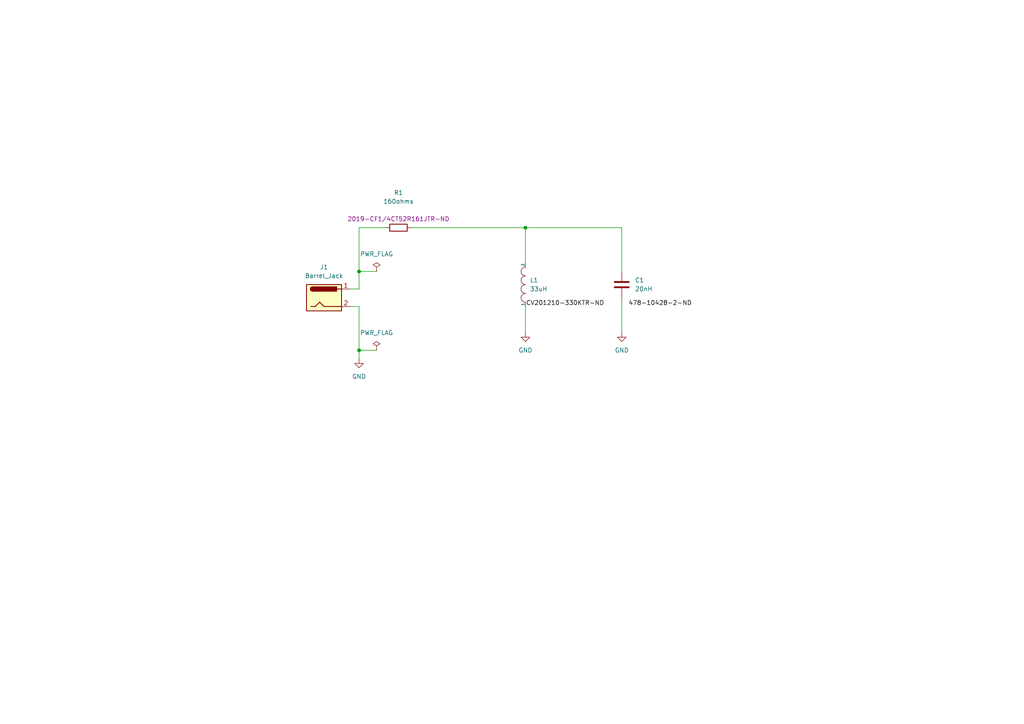
<source format=kicad_sch>
(kicad_sch (version 20211123) (generator eeschema)

  (uuid 9538e4ed-27e6-4c37-b989-9859dc0d49e8)

  (paper "A4")

  (lib_symbols
    (symbol "Connector:Barrel_Jack" (pin_names (offset 1.016)) (in_bom yes) (on_board yes)
      (property "Reference" "J" (id 0) (at 0 5.334 0)
        (effects (font (size 1.27 1.27)))
      )
      (property "Value" "Barrel_Jack" (id 1) (at 0 -5.08 0)
        (effects (font (size 1.27 1.27)))
      )
      (property "Footprint" "" (id 2) (at 1.27 -1.016 0)
        (effects (font (size 1.27 1.27)) hide)
      )
      (property "Datasheet" "~" (id 3) (at 1.27 -1.016 0)
        (effects (font (size 1.27 1.27)) hide)
      )
      (property "ki_keywords" "DC power barrel jack connector" (id 4) (at 0 0 0)
        (effects (font (size 1.27 1.27)) hide)
      )
      (property "ki_description" "DC Barrel Jack" (id 5) (at 0 0 0)
        (effects (font (size 1.27 1.27)) hide)
      )
      (property "ki_fp_filters" "BarrelJack*" (id 6) (at 0 0 0)
        (effects (font (size 1.27 1.27)) hide)
      )
      (symbol "Barrel_Jack_0_1"
        (rectangle (start -5.08 3.81) (end 5.08 -3.81)
          (stroke (width 0.254) (type default) (color 0 0 0 0))
          (fill (type background))
        )
        (arc (start -3.302 3.175) (mid -3.937 2.54) (end -3.302 1.905)
          (stroke (width 0.254) (type default) (color 0 0 0 0))
          (fill (type none))
        )
        (arc (start -3.302 3.175) (mid -3.937 2.54) (end -3.302 1.905)
          (stroke (width 0.254) (type default) (color 0 0 0 0))
          (fill (type outline))
        )
        (polyline
          (pts
            (xy 5.08 2.54)
            (xy 3.81 2.54)
          )
          (stroke (width 0.254) (type default) (color 0 0 0 0))
          (fill (type none))
        )
        (polyline
          (pts
            (xy -3.81 -2.54)
            (xy -2.54 -2.54)
            (xy -1.27 -1.27)
            (xy 0 -2.54)
            (xy 2.54 -2.54)
            (xy 5.08 -2.54)
          )
          (stroke (width 0.254) (type default) (color 0 0 0 0))
          (fill (type none))
        )
        (rectangle (start 3.683 3.175) (end -3.302 1.905)
          (stroke (width 0.254) (type default) (color 0 0 0 0))
          (fill (type outline))
        )
      )
      (symbol "Barrel_Jack_1_1"
        (pin passive line (at 7.62 2.54 180) (length 2.54)
          (name "~" (effects (font (size 1.27 1.27))))
          (number "1" (effects (font (size 1.27 1.27))))
        )
        (pin passive line (at 7.62 -2.54 180) (length 2.54)
          (name "~" (effects (font (size 1.27 1.27))))
          (number "2" (effects (font (size 1.27 1.27))))
        )
      )
    )
    (symbol "Device:C" (pin_numbers hide) (pin_names (offset 0.254)) (in_bom yes) (on_board yes)
      (property "Reference" "C" (id 0) (at 0.635 2.54 0)
        (effects (font (size 1.27 1.27)) (justify left))
      )
      (property "Value" "C" (id 1) (at 0.635 -2.54 0)
        (effects (font (size 1.27 1.27)) (justify left))
      )
      (property "Footprint" "" (id 2) (at 0.9652 -3.81 0)
        (effects (font (size 1.27 1.27)) hide)
      )
      (property "Datasheet" "~" (id 3) (at 0 0 0)
        (effects (font (size 1.27 1.27)) hide)
      )
      (property "ki_keywords" "cap capacitor" (id 4) (at 0 0 0)
        (effects (font (size 1.27 1.27)) hide)
      )
      (property "ki_description" "Unpolarized capacitor" (id 5) (at 0 0 0)
        (effects (font (size 1.27 1.27)) hide)
      )
      (property "ki_fp_filters" "C_*" (id 6) (at 0 0 0)
        (effects (font (size 1.27 1.27)) hide)
      )
      (symbol "C_0_1"
        (polyline
          (pts
            (xy -2.032 -0.762)
            (xy 2.032 -0.762)
          )
          (stroke (width 0.508) (type default) (color 0 0 0 0))
          (fill (type none))
        )
        (polyline
          (pts
            (xy -2.032 0.762)
            (xy 2.032 0.762)
          )
          (stroke (width 0.508) (type default) (color 0 0 0 0))
          (fill (type none))
        )
      )
      (symbol "C_1_1"
        (pin passive line (at 0 3.81 270) (length 2.794)
          (name "~" (effects (font (size 1.27 1.27))))
          (number "1" (effects (font (size 1.27 1.27))))
        )
        (pin passive line (at 0 -3.81 90) (length 2.794)
          (name "~" (effects (font (size 1.27 1.27))))
          (number "2" (effects (font (size 1.27 1.27))))
        )
      )
    )
    (symbol "Device:R" (pin_numbers hide) (pin_names (offset 0)) (in_bom yes) (on_board yes)
      (property "Reference" "R" (id 0) (at 2.032 0 90)
        (effects (font (size 1.27 1.27)))
      )
      (property "Value" "R" (id 1) (at 0 0 90)
        (effects (font (size 1.27 1.27)))
      )
      (property "Footprint" "" (id 2) (at -1.778 0 90)
        (effects (font (size 1.27 1.27)) hide)
      )
      (property "Datasheet" "~" (id 3) (at 0 0 0)
        (effects (font (size 1.27 1.27)) hide)
      )
      (property "ki_keywords" "R res resistor" (id 4) (at 0 0 0)
        (effects (font (size 1.27 1.27)) hide)
      )
      (property "ki_description" "Resistor" (id 5) (at 0 0 0)
        (effects (font (size 1.27 1.27)) hide)
      )
      (property "ki_fp_filters" "R_*" (id 6) (at 0 0 0)
        (effects (font (size 1.27 1.27)) hide)
      )
      (symbol "R_0_1"
        (rectangle (start -1.016 -2.54) (end 1.016 2.54)
          (stroke (width 0.254) (type default) (color 0 0 0 0))
          (fill (type none))
        )
      )
      (symbol "R_1_1"
        (pin passive line (at 0 3.81 270) (length 1.27)
          (name "~" (effects (font (size 1.27 1.27))))
          (number "1" (effects (font (size 1.27 1.27))))
        )
        (pin passive line (at 0 -3.81 90) (length 1.27)
          (name "~" (effects (font (size 1.27 1.27))))
          (number "2" (effects (font (size 1.27 1.27))))
        )
      )
    )
    (symbol "power:GND" (power) (pin_names (offset 0)) (in_bom yes) (on_board yes)
      (property "Reference" "#PWR" (id 0) (at 0 -6.35 0)
        (effects (font (size 1.27 1.27)) hide)
      )
      (property "Value" "GND" (id 1) (at 0 -3.81 0)
        (effects (font (size 1.27 1.27)))
      )
      (property "Footprint" "" (id 2) (at 0 0 0)
        (effects (font (size 1.27 1.27)) hide)
      )
      (property "Datasheet" "" (id 3) (at 0 0 0)
        (effects (font (size 1.27 1.27)) hide)
      )
      (property "ki_keywords" "power-flag" (id 4) (at 0 0 0)
        (effects (font (size 1.27 1.27)) hide)
      )
      (property "ki_description" "Power symbol creates a global label with name \"GND\" , ground" (id 5) (at 0 0 0)
        (effects (font (size 1.27 1.27)) hide)
      )
      (symbol "GND_0_1"
        (polyline
          (pts
            (xy 0 0)
            (xy 0 -1.27)
            (xy 1.27 -1.27)
            (xy 0 -2.54)
            (xy -1.27 -1.27)
            (xy 0 -1.27)
          )
          (stroke (width 0) (type default) (color 0 0 0 0))
          (fill (type none))
        )
      )
      (symbol "GND_1_1"
        (pin power_in line (at 0 0 270) (length 0) hide
          (name "GND" (effects (font (size 1.27 1.27))))
          (number "1" (effects (font (size 1.27 1.27))))
        )
      )
    )
    (symbol "power:PWR_FLAG" (power) (pin_numbers hide) (pin_names (offset 0) hide) (in_bom yes) (on_board yes)
      (property "Reference" "#FLG" (id 0) (at 0 1.905 0)
        (effects (font (size 1.27 1.27)) hide)
      )
      (property "Value" "PWR_FLAG" (id 1) (at 0 3.81 0)
        (effects (font (size 1.27 1.27)))
      )
      (property "Footprint" "" (id 2) (at 0 0 0)
        (effects (font (size 1.27 1.27)) hide)
      )
      (property "Datasheet" "~" (id 3) (at 0 0 0)
        (effects (font (size 1.27 1.27)) hide)
      )
      (property "ki_keywords" "power-flag" (id 4) (at 0 0 0)
        (effects (font (size 1.27 1.27)) hide)
      )
      (property "ki_description" "Special symbol for telling ERC where power comes from" (id 5) (at 0 0 0)
        (effects (font (size 1.27 1.27)) hide)
      )
      (symbol "PWR_FLAG_0_0"
        (pin power_out line (at 0 0 90) (length 0)
          (name "pwr" (effects (font (size 1.27 1.27))))
          (number "1" (effects (font (size 1.27 1.27))))
        )
      )
      (symbol "PWR_FLAG_0_1"
        (polyline
          (pts
            (xy 0 0)
            (xy 0 1.27)
            (xy -1.016 1.905)
            (xy 0 2.54)
            (xy 1.016 1.905)
            (xy 0 1.27)
          )
          (stroke (width 0) (type default) (color 0 0 0 0))
          (fill (type none))
        )
      )
    )
    (symbol "pspice:INDUCTOR" (pin_numbers hide) (pin_names (offset 0)) (in_bom yes) (on_board yes)
      (property "Reference" "L" (id 0) (at 0 2.54 0)
        (effects (font (size 1.27 1.27)))
      )
      (property "Value" "INDUCTOR" (id 1) (at 0 -1.27 0)
        (effects (font (size 1.27 1.27)))
      )
      (property "Footprint" "" (id 2) (at 0 0 0)
        (effects (font (size 1.27 1.27)) hide)
      )
      (property "Datasheet" "~" (id 3) (at 0 0 0)
        (effects (font (size 1.27 1.27)) hide)
      )
      (property "ki_keywords" "simulation" (id 4) (at 0 0 0)
        (effects (font (size 1.27 1.27)) hide)
      )
      (property "ki_description" "Inductor symbol for simulation only" (id 5) (at 0 0 0)
        (effects (font (size 1.27 1.27)) hide)
      )
      (symbol "INDUCTOR_0_1"
        (arc (start -2.54 0) (mid -3.81 1.27) (end -5.08 0)
          (stroke (width 0) (type default) (color 0 0 0 0))
          (fill (type none))
        )
        (arc (start 0 0) (mid -1.27 1.27) (end -2.54 0)
          (stroke (width 0) (type default) (color 0 0 0 0))
          (fill (type none))
        )
        (arc (start 2.54 0) (mid 1.27 1.27) (end 0 0)
          (stroke (width 0) (type default) (color 0 0 0 0))
          (fill (type none))
        )
        (arc (start 5.08 0) (mid 3.81 1.27) (end 2.54 0)
          (stroke (width 0) (type default) (color 0 0 0 0))
          (fill (type none))
        )
      )
      (symbol "INDUCTOR_1_1"
        (pin input line (at -6.35 0 0) (length 1.27)
          (name "1" (effects (font (size 0.762 0.762))))
          (number "1" (effects (font (size 0.762 0.762))))
        )
        (pin input line (at 6.35 0 180) (length 1.27)
          (name "2" (effects (font (size 0.762 0.762))))
          (number "2" (effects (font (size 0.762 0.762))))
        )
      )
    )
  )

  (junction (at 152.4 66.04) (diameter 0) (color 0 0 0 0)
    (uuid 08b4250f-4c2d-44f7-8021-72b7634d8acf)
  )
  (junction (at 104.14 78.74) (diameter 0) (color 0 0 0 0)
    (uuid 552b7e7c-de1e-4190-8443-11bcdd114092)
  )
  (junction (at 104.14 101.6) (diameter 0) (color 0 0 0 0)
    (uuid 8b8a1e4e-9822-41ec-abbe-b92eb7c4e3d0)
  )

  (wire (pts (xy 180.34 78.74) (xy 180.34 66.04))
    (stroke (width 0) (type default) (color 0 0 0 0))
    (uuid 08413b94-bd76-4f18-954d-eac253465920)
  )
  (wire (pts (xy 104.14 66.04) (xy 104.14 78.74))
    (stroke (width 0) (type default) (color 0 0 0 0))
    (uuid 0b511d64-d929-466c-9849-29ddf6af1d49)
  )
  (wire (pts (xy 101.6 88.9) (xy 104.14 88.9))
    (stroke (width 0) (type default) (color 0 0 0 0))
    (uuid 0ed2a6d2-9dc3-4f24-9975-49b1120e357c)
  )
  (wire (pts (xy 104.14 101.6) (xy 104.14 104.14))
    (stroke (width 0) (type default) (color 0 0 0 0))
    (uuid 1e5fe492-0666-454c-bee8-57e50d3d43dd)
  )
  (wire (pts (xy 180.34 86.36) (xy 180.34 96.52))
    (stroke (width 0) (type default) (color 0 0 0 0))
    (uuid 3c6665f2-df16-4790-8842-e87397f47077)
  )
  (wire (pts (xy 104.14 78.74) (xy 109.22 78.74))
    (stroke (width 0) (type default) (color 0 0 0 0))
    (uuid 40892c6f-b989-4cbb-8532-945b9cecf10d)
  )
  (wire (pts (xy 152.4 66.04) (xy 152.4 76.2))
    (stroke (width 0) (type default) (color 0 0 0 0))
    (uuid 68406e01-f12d-4542-ac1e-d03a8c59a5b8)
  )
  (wire (pts (xy 119.38 66.04) (xy 152.4 66.04))
    (stroke (width 0) (type default) (color 0 0 0 0))
    (uuid 7dd7ab32-935e-405a-a993-2dbd63600f60)
  )
  (wire (pts (xy 104.14 88.9) (xy 104.14 101.6))
    (stroke (width 0) (type default) (color 0 0 0 0))
    (uuid 9618c4f2-01cb-4573-9642-fd397d778025)
  )
  (wire (pts (xy 104.14 78.74) (xy 104.14 83.82))
    (stroke (width 0) (type default) (color 0 0 0 0))
    (uuid 9c96c3e2-11dc-4877-b4a8-78c855ec1fef)
  )
  (wire (pts (xy 152.4 88.9) (xy 152.4 96.52))
    (stroke (width 0) (type default) (color 0 0 0 0))
    (uuid a6c05d8c-44df-4c2c-81c6-5a417397590d)
  )
  (wire (pts (xy 152.4 66.04) (xy 180.34 66.04))
    (stroke (width 0) (type default) (color 0 0 0 0))
    (uuid c541600b-e282-4c97-8106-b9e4b5e535f0)
  )
  (wire (pts (xy 104.14 66.04) (xy 111.76 66.04))
    (stroke (width 0) (type default) (color 0 0 0 0))
    (uuid ce407722-3e7e-4b15-9302-b6f6e505f5ad)
  )
  (wire (pts (xy 101.6 83.82) (xy 104.14 83.82))
    (stroke (width 0) (type default) (color 0 0 0 0))
    (uuid da741f89-aa9b-4f87-a688-506dc80080a3)
  )
  (wire (pts (xy 104.14 101.6) (xy 109.22 101.6))
    (stroke (width 0) (type default) (color 0 0 0 0))
    (uuid f729bfa5-ff38-40c9-a185-7875c28c7328)
  )

  (label "CV201210-330KTR-ND" (at 175.26 88.9 180)
    (effects (font (size 1.27 1.27)) (justify right bottom))
    (uuid 11cfe17b-5d08-41bb-a069-160e7f431351)
  )
  (label "478-10428-2-ND" (at 200.66 88.9 180)
    (effects (font (size 1.27 1.27)) (justify right bottom))
    (uuid 54b900c6-7a11-4419-a2a2-8c0329408ba0)
  )

  (symbol (lib_id "Device:C") (at 180.34 82.55 0) (unit 1)
    (in_bom yes) (on_board yes)
    (uuid 0684fa04-c65a-4231-8382-299958b436ea)
    (property "Reference" "C1" (id 0) (at 184.15 81.2799 0)
      (effects (font (size 1.27 1.27)) (justify left))
    )
    (property "Value" "20nH" (id 1) (at 184.15 83.8199 0)
      (effects (font (size 1.27 1.27)) (justify left))
    )
    (property "Footprint" "Capacitor_SMD:C_0805_2012Metric" (id 2) (at 181.3052 86.36 0)
      (effects (font (size 1.27 1.27)) hide)
    )
    (property "Datasheet" "~" (id 3) (at 180.34 82.55 0)
      (effects (font (size 1.27 1.27)) hide)
    )
    (pin "1" (uuid 87a79767-538e-4d08-8134-e360e8713c22))
    (pin "2" (uuid b425b92a-180f-40c3-80f1-78d9319641fc))
  )

  (symbol (lib_id "power:PWR_FLAG") (at 109.22 78.74 0) (unit 1)
    (in_bom yes) (on_board yes) (fields_autoplaced)
    (uuid 108504c2-72b6-43e0-bd10-36176156af37)
    (property "Reference" "#FLG0102" (id 0) (at 109.22 76.835 0)
      (effects (font (size 1.27 1.27)) hide)
    )
    (property "Value" "PWR_FLAG" (id 1) (at 109.22 73.66 0))
    (property "Footprint" "" (id 2) (at 109.22 78.74 0)
      (effects (font (size 1.27 1.27)) hide)
    )
    (property "Datasheet" "~" (id 3) (at 109.22 78.74 0)
      (effects (font (size 1.27 1.27)) hide)
    )
    (pin "1" (uuid 84190eef-5875-46fd-b117-a4d80c5884c5))
  )

  (symbol (lib_id "power:PWR_FLAG") (at 109.22 101.6 0) (unit 1)
    (in_bom yes) (on_board yes) (fields_autoplaced)
    (uuid 1ad65ba7-7093-4993-95a8-fe69353981a8)
    (property "Reference" "#FLG0101" (id 0) (at 109.22 99.695 0)
      (effects (font (size 1.27 1.27)) hide)
    )
    (property "Value" "PWR_FLAG" (id 1) (at 109.22 96.52 0))
    (property "Footprint" "" (id 2) (at 109.22 101.6 0)
      (effects (font (size 1.27 1.27)) hide)
    )
    (property "Datasheet" "~" (id 3) (at 109.22 101.6 0)
      (effects (font (size 1.27 1.27)) hide)
    )
    (pin "1" (uuid d475504a-2ab7-4664-812e-f0cc4a9f0606))
  )

  (symbol (lib_id "power:GND") (at 180.34 96.52 0) (unit 1)
    (in_bom yes) (on_board yes)
    (uuid 2d534433-3ca7-448a-9c23-bfc69158652c)
    (property "Reference" "#PWR0102" (id 0) (at 180.34 102.87 0)
      (effects (font (size 1.27 1.27)) hide)
    )
    (property "Value" "GND" (id 1) (at 180.34 101.6 0))
    (property "Footprint" "" (id 2) (at 180.34 96.52 0)
      (effects (font (size 1.27 1.27)) hide)
    )
    (property "Datasheet" "" (id 3) (at 180.34 96.52 0)
      (effects (font (size 1.27 1.27)) hide)
    )
    (pin "1" (uuid 578d0165-6a1c-42c8-98c6-312dbc98008e))
  )

  (symbol (lib_id "pspice:INDUCTOR") (at 152.4 82.55 90) (unit 1)
    (in_bom yes) (on_board yes) (fields_autoplaced)
    (uuid 4b62ad27-c3c4-44dc-845c-a46dc33e6d80)
    (property "Reference" "L1" (id 0) (at 153.67 81.2799 90)
      (effects (font (size 1.27 1.27)) (justify right))
    )
    (property "Value" "33uH" (id 1) (at 153.67 83.8199 90)
      (effects (font (size 1.27 1.27)) (justify right))
    )
    (property "Footprint" "Inductor_SMD:L_0805_2012Metric" (id 2) (at 152.4 82.55 0)
      (effects (font (size 1.27 1.27)) hide)
    )
    (property "Datasheet" "~" (id 3) (at 152.4 82.55 0)
      (effects (font (size 1.27 1.27)) hide)
    )
    (pin "1" (uuid 669ebf20-f9a3-4ab3-9a11-21a2e002000d))
    (pin "2" (uuid b0ec6313-1cce-4d5d-9a3f-e43b8c839f76))
  )

  (symbol (lib_id "power:GND") (at 104.14 104.14 0) (unit 1)
    (in_bom yes) (on_board yes) (fields_autoplaced)
    (uuid 67af44b0-8c7f-4ead-9ead-f10de78bb323)
    (property "Reference" "#PWR0101" (id 0) (at 104.14 110.49 0)
      (effects (font (size 1.27 1.27)) hide)
    )
    (property "Value" "GND" (id 1) (at 104.14 109.22 0))
    (property "Footprint" "" (id 2) (at 104.14 104.14 0)
      (effects (font (size 1.27 1.27)) hide)
    )
    (property "Datasheet" "" (id 3) (at 104.14 104.14 0)
      (effects (font (size 1.27 1.27)) hide)
    )
    (pin "1" (uuid 7ae1adc7-52c7-4242-8891-d4a9b3e33075))
  )

  (symbol (lib_id "Connector:Barrel_Jack") (at 93.98 86.36 0) (unit 1)
    (in_bom yes) (on_board yes) (fields_autoplaced)
    (uuid 7736816f-eb60-4616-b87b-88e78b8485f7)
    (property "Reference" "J1" (id 0) (at 93.98 77.47 0))
    (property "Value" "Barrel_Jack" (id 1) (at 93.98 80.01 0))
    (property "Footprint" "Connector_BarrelJack:BarrelJack_CUI_PJ-102AH_Horizontal" (id 2) (at 95.25 87.376 0)
      (effects (font (size 1.27 1.27)) hide)
    )
    (property "Datasheet" "~" (id 3) (at 95.25 87.376 0)
      (effects (font (size 1.27 1.27)) hide)
    )
    (pin "1" (uuid bfaccfd3-6dab-4089-9d06-6f22b10c1176))
    (pin "2" (uuid 932096f9-3726-4da8-8f1e-454e98afde86))
  )

  (symbol (lib_id "power:GND") (at 152.4 96.52 0) (unit 1)
    (in_bom yes) (on_board yes) (fields_autoplaced)
    (uuid 9d6302e3-a09a-40a3-b878-aa915e3db8a0)
    (property "Reference" "#PWR0103" (id 0) (at 152.4 102.87 0)
      (effects (font (size 1.27 1.27)) hide)
    )
    (property "Value" "GND" (id 1) (at 152.4 101.6 0))
    (property "Footprint" "" (id 2) (at 152.4 96.52 0)
      (effects (font (size 1.27 1.27)) hide)
    )
    (property "Datasheet" "" (id 3) (at 152.4 96.52 0)
      (effects (font (size 1.27 1.27)) hide)
    )
    (pin "1" (uuid 274f5a4a-4ebb-40fa-abed-82470e650ba3))
  )

  (symbol (lib_id "Device:R") (at 115.57 66.04 90) (unit 1)
    (in_bom yes) (on_board yes)
    (uuid ec2e3d8a-128c-4be8-b432-9738bca934ae)
    (property "Reference" "R1" (id 0) (at 115.57 55.88 90))
    (property "Value" "160ohms" (id 1) (at 115.57 58.42 90))
    (property "Footprint" "Resistor_THT:R_Axial_DIN0207_L6.3mm_D2.5mm_P7.62mm_Horizontal" (id 2) (at 115.57 67.818 90)
      (effects (font (size 1.27 1.27)) hide)
    )
    (property "Datasheet" "~" (id 3) (at 115.57 66.04 0)
      (effects (font (size 1.27 1.27)) hide)
    )
    (property "Digikey #" "2019-CF1/4CT52R161JTR-ND\n" (id 4) (at 115.57 63.5 90))
    (pin "1" (uuid 37728c8e-efcc-462c-a749-47b6bfcbaf37))
    (pin "2" (uuid fbb5e77c-4b41-4796-ad13-1b9e2bbc3c81))
  )

  (sheet_instances
    (path "/" (page "1"))
  )

  (symbol_instances
    (path "/1ad65ba7-7093-4993-95a8-fe69353981a8"
      (reference "#FLG0101") (unit 1) (value "PWR_FLAG") (footprint "")
    )
    (path "/108504c2-72b6-43e0-bd10-36176156af37"
      (reference "#FLG0102") (unit 1) (value "PWR_FLAG") (footprint "")
    )
    (path "/67af44b0-8c7f-4ead-9ead-f10de78bb323"
      (reference "#PWR0101") (unit 1) (value "GND") (footprint "")
    )
    (path "/2d534433-3ca7-448a-9c23-bfc69158652c"
      (reference "#PWR0102") (unit 1) (value "GND") (footprint "")
    )
    (path "/9d6302e3-a09a-40a3-b878-aa915e3db8a0"
      (reference "#PWR0103") (unit 1) (value "GND") (footprint "")
    )
    (path "/0684fa04-c65a-4231-8382-299958b436ea"
      (reference "C1") (unit 1) (value "20nH") (footprint "Capacitor_SMD:C_0805_2012Metric")
    )
    (path "/7736816f-eb60-4616-b87b-88e78b8485f7"
      (reference "J1") (unit 1) (value "Barrel_Jack") (footprint "Connector_BarrelJack:BarrelJack_CUI_PJ-102AH_Horizontal")
    )
    (path "/4b62ad27-c3c4-44dc-845c-a46dc33e6d80"
      (reference "L1") (unit 1) (value "33uH") (footprint "Inductor_SMD:L_0805_2012Metric")
    )
    (path "/ec2e3d8a-128c-4be8-b432-9738bca934ae"
      (reference "R1") (unit 1) (value "160ohms") (footprint "Resistor_THT:R_Axial_DIN0207_L6.3mm_D2.5mm_P7.62mm_Horizontal")
    )
  )
)

</source>
